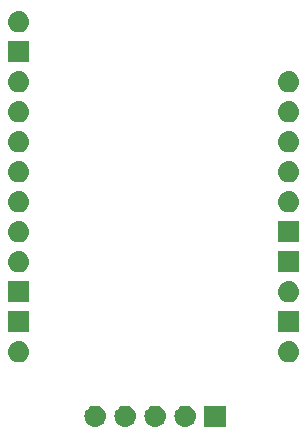
<source format=gbs>
G04 #@! TF.GenerationSoftware,KiCad,Pcbnew,(5.1.4)-1*
G04 #@! TF.CreationDate,2020-10-29T21:44:13+08:00*
G04 #@! TF.ProjectId,custom_microcontroller,63757374-6f6d-45f6-9d69-63726f636f6e,rev?*
G04 #@! TF.SameCoordinates,Original*
G04 #@! TF.FileFunction,Soldermask,Bot*
G04 #@! TF.FilePolarity,Negative*
%FSLAX46Y46*%
G04 Gerber Fmt 4.6, Leading zero omitted, Abs format (unit mm)*
G04 Created by KiCad (PCBNEW (5.1.4)-1) date 2020-10-29 21:44:13*
%MOMM*%
%LPD*%
G04 APERTURE LIST*
%ADD10C,0.100000*%
G04 APERTURE END LIST*
D10*
G36*
X138667442Y-150616518D02*
G01*
X138733627Y-150623037D01*
X138903466Y-150674557D01*
X139059991Y-150758222D01*
X139095729Y-150787552D01*
X139197186Y-150870814D01*
X139280448Y-150972271D01*
X139309778Y-151008009D01*
X139393443Y-151164534D01*
X139444963Y-151334373D01*
X139462359Y-151511000D01*
X139444963Y-151687627D01*
X139393443Y-151857466D01*
X139309778Y-152013991D01*
X139280448Y-152049729D01*
X139197186Y-152151186D01*
X139095729Y-152234448D01*
X139059991Y-152263778D01*
X138903466Y-152347443D01*
X138733627Y-152398963D01*
X138667442Y-152405482D01*
X138601260Y-152412000D01*
X138512740Y-152412000D01*
X138446558Y-152405482D01*
X138380373Y-152398963D01*
X138210534Y-152347443D01*
X138054009Y-152263778D01*
X138018271Y-152234448D01*
X137916814Y-152151186D01*
X137833552Y-152049729D01*
X137804222Y-152013991D01*
X137720557Y-151857466D01*
X137669037Y-151687627D01*
X137651641Y-151511000D01*
X137669037Y-151334373D01*
X137720557Y-151164534D01*
X137804222Y-151008009D01*
X137833552Y-150972271D01*
X137916814Y-150870814D01*
X138018271Y-150787552D01*
X138054009Y-150758222D01*
X138210534Y-150674557D01*
X138380373Y-150623037D01*
X138446558Y-150616518D01*
X138512740Y-150610000D01*
X138601260Y-150610000D01*
X138667442Y-150616518D01*
X138667442Y-150616518D01*
G37*
G36*
X136127442Y-150616518D02*
G01*
X136193627Y-150623037D01*
X136363466Y-150674557D01*
X136519991Y-150758222D01*
X136555729Y-150787552D01*
X136657186Y-150870814D01*
X136740448Y-150972271D01*
X136769778Y-151008009D01*
X136853443Y-151164534D01*
X136904963Y-151334373D01*
X136922359Y-151511000D01*
X136904963Y-151687627D01*
X136853443Y-151857466D01*
X136769778Y-152013991D01*
X136740448Y-152049729D01*
X136657186Y-152151186D01*
X136555729Y-152234448D01*
X136519991Y-152263778D01*
X136363466Y-152347443D01*
X136193627Y-152398963D01*
X136127442Y-152405482D01*
X136061260Y-152412000D01*
X135972740Y-152412000D01*
X135906558Y-152405482D01*
X135840373Y-152398963D01*
X135670534Y-152347443D01*
X135514009Y-152263778D01*
X135478271Y-152234448D01*
X135376814Y-152151186D01*
X135293552Y-152049729D01*
X135264222Y-152013991D01*
X135180557Y-151857466D01*
X135129037Y-151687627D01*
X135111641Y-151511000D01*
X135129037Y-151334373D01*
X135180557Y-151164534D01*
X135264222Y-151008009D01*
X135293552Y-150972271D01*
X135376814Y-150870814D01*
X135478271Y-150787552D01*
X135514009Y-150758222D01*
X135670534Y-150674557D01*
X135840373Y-150623037D01*
X135906558Y-150616518D01*
X135972740Y-150610000D01*
X136061260Y-150610000D01*
X136127442Y-150616518D01*
X136127442Y-150616518D01*
G37*
G36*
X133587442Y-150616518D02*
G01*
X133653627Y-150623037D01*
X133823466Y-150674557D01*
X133979991Y-150758222D01*
X134015729Y-150787552D01*
X134117186Y-150870814D01*
X134200448Y-150972271D01*
X134229778Y-151008009D01*
X134313443Y-151164534D01*
X134364963Y-151334373D01*
X134382359Y-151511000D01*
X134364963Y-151687627D01*
X134313443Y-151857466D01*
X134229778Y-152013991D01*
X134200448Y-152049729D01*
X134117186Y-152151186D01*
X134015729Y-152234448D01*
X133979991Y-152263778D01*
X133823466Y-152347443D01*
X133653627Y-152398963D01*
X133587442Y-152405482D01*
X133521260Y-152412000D01*
X133432740Y-152412000D01*
X133366558Y-152405482D01*
X133300373Y-152398963D01*
X133130534Y-152347443D01*
X132974009Y-152263778D01*
X132938271Y-152234448D01*
X132836814Y-152151186D01*
X132753552Y-152049729D01*
X132724222Y-152013991D01*
X132640557Y-151857466D01*
X132589037Y-151687627D01*
X132571641Y-151511000D01*
X132589037Y-151334373D01*
X132640557Y-151164534D01*
X132724222Y-151008009D01*
X132753552Y-150972271D01*
X132836814Y-150870814D01*
X132938271Y-150787552D01*
X132974009Y-150758222D01*
X133130534Y-150674557D01*
X133300373Y-150623037D01*
X133366558Y-150616518D01*
X133432740Y-150610000D01*
X133521260Y-150610000D01*
X133587442Y-150616518D01*
X133587442Y-150616518D01*
G37*
G36*
X144538000Y-152412000D02*
G01*
X142736000Y-152412000D01*
X142736000Y-150610000D01*
X144538000Y-150610000D01*
X144538000Y-152412000D01*
X144538000Y-152412000D01*
G37*
G36*
X141207442Y-150616518D02*
G01*
X141273627Y-150623037D01*
X141443466Y-150674557D01*
X141599991Y-150758222D01*
X141635729Y-150787552D01*
X141737186Y-150870814D01*
X141820448Y-150972271D01*
X141849778Y-151008009D01*
X141933443Y-151164534D01*
X141984963Y-151334373D01*
X142002359Y-151511000D01*
X141984963Y-151687627D01*
X141933443Y-151857466D01*
X141849778Y-152013991D01*
X141820448Y-152049729D01*
X141737186Y-152151186D01*
X141635729Y-152234448D01*
X141599991Y-152263778D01*
X141443466Y-152347443D01*
X141273627Y-152398963D01*
X141207442Y-152405482D01*
X141141260Y-152412000D01*
X141052740Y-152412000D01*
X140986558Y-152405482D01*
X140920373Y-152398963D01*
X140750534Y-152347443D01*
X140594009Y-152263778D01*
X140558271Y-152234448D01*
X140456814Y-152151186D01*
X140373552Y-152049729D01*
X140344222Y-152013991D01*
X140260557Y-151857466D01*
X140209037Y-151687627D01*
X140191641Y-151511000D01*
X140209037Y-151334373D01*
X140260557Y-151164534D01*
X140344222Y-151008009D01*
X140373552Y-150972271D01*
X140456814Y-150870814D01*
X140558271Y-150787552D01*
X140594009Y-150758222D01*
X140750534Y-150674557D01*
X140920373Y-150623037D01*
X140986558Y-150616518D01*
X141052740Y-150610000D01*
X141141260Y-150610000D01*
X141207442Y-150616518D01*
X141207442Y-150616518D01*
G37*
G36*
X149970443Y-145155519D02*
G01*
X150036627Y-145162037D01*
X150206466Y-145213557D01*
X150362991Y-145297222D01*
X150398729Y-145326552D01*
X150500186Y-145409814D01*
X150583448Y-145511271D01*
X150612778Y-145547009D01*
X150696443Y-145703534D01*
X150747963Y-145873373D01*
X150765359Y-146050000D01*
X150747963Y-146226627D01*
X150696443Y-146396466D01*
X150612778Y-146552991D01*
X150583448Y-146588729D01*
X150500186Y-146690186D01*
X150398729Y-146773448D01*
X150362991Y-146802778D01*
X150206466Y-146886443D01*
X150036627Y-146937963D01*
X149970442Y-146944482D01*
X149904260Y-146951000D01*
X149815740Y-146951000D01*
X149749558Y-146944482D01*
X149683373Y-146937963D01*
X149513534Y-146886443D01*
X149357009Y-146802778D01*
X149321271Y-146773448D01*
X149219814Y-146690186D01*
X149136552Y-146588729D01*
X149107222Y-146552991D01*
X149023557Y-146396466D01*
X148972037Y-146226627D01*
X148954641Y-146050000D01*
X148972037Y-145873373D01*
X149023557Y-145703534D01*
X149107222Y-145547009D01*
X149136552Y-145511271D01*
X149219814Y-145409814D01*
X149321271Y-145326552D01*
X149357009Y-145297222D01*
X149513534Y-145213557D01*
X149683373Y-145162037D01*
X149749557Y-145155519D01*
X149815740Y-145149000D01*
X149904260Y-145149000D01*
X149970443Y-145155519D01*
X149970443Y-145155519D01*
G37*
G36*
X127110443Y-145155519D02*
G01*
X127176627Y-145162037D01*
X127346466Y-145213557D01*
X127502991Y-145297222D01*
X127538729Y-145326552D01*
X127640186Y-145409814D01*
X127723448Y-145511271D01*
X127752778Y-145547009D01*
X127836443Y-145703534D01*
X127887963Y-145873373D01*
X127905359Y-146050000D01*
X127887963Y-146226627D01*
X127836443Y-146396466D01*
X127752778Y-146552991D01*
X127723448Y-146588729D01*
X127640186Y-146690186D01*
X127538729Y-146773448D01*
X127502991Y-146802778D01*
X127346466Y-146886443D01*
X127176627Y-146937963D01*
X127110442Y-146944482D01*
X127044260Y-146951000D01*
X126955740Y-146951000D01*
X126889558Y-146944482D01*
X126823373Y-146937963D01*
X126653534Y-146886443D01*
X126497009Y-146802778D01*
X126461271Y-146773448D01*
X126359814Y-146690186D01*
X126276552Y-146588729D01*
X126247222Y-146552991D01*
X126163557Y-146396466D01*
X126112037Y-146226627D01*
X126094641Y-146050000D01*
X126112037Y-145873373D01*
X126163557Y-145703534D01*
X126247222Y-145547009D01*
X126276552Y-145511271D01*
X126359814Y-145409814D01*
X126461271Y-145326552D01*
X126497009Y-145297222D01*
X126653534Y-145213557D01*
X126823373Y-145162037D01*
X126889557Y-145155519D01*
X126955740Y-145149000D01*
X127044260Y-145149000D01*
X127110443Y-145155519D01*
X127110443Y-145155519D01*
G37*
G36*
X127901000Y-144411000D02*
G01*
X126099000Y-144411000D01*
X126099000Y-142609000D01*
X127901000Y-142609000D01*
X127901000Y-144411000D01*
X127901000Y-144411000D01*
G37*
G36*
X150761000Y-144411000D02*
G01*
X148959000Y-144411000D01*
X148959000Y-142609000D01*
X150761000Y-142609000D01*
X150761000Y-144411000D01*
X150761000Y-144411000D01*
G37*
G36*
X127901000Y-141871000D02*
G01*
X126099000Y-141871000D01*
X126099000Y-140069000D01*
X127901000Y-140069000D01*
X127901000Y-141871000D01*
X127901000Y-141871000D01*
G37*
G36*
X149970443Y-140075519D02*
G01*
X150036627Y-140082037D01*
X150206466Y-140133557D01*
X150362991Y-140217222D01*
X150398729Y-140246552D01*
X150500186Y-140329814D01*
X150583448Y-140431271D01*
X150612778Y-140467009D01*
X150696443Y-140623534D01*
X150747963Y-140793373D01*
X150765359Y-140970000D01*
X150747963Y-141146627D01*
X150696443Y-141316466D01*
X150612778Y-141472991D01*
X150583448Y-141508729D01*
X150500186Y-141610186D01*
X150398729Y-141693448D01*
X150362991Y-141722778D01*
X150206466Y-141806443D01*
X150036627Y-141857963D01*
X149970443Y-141864481D01*
X149904260Y-141871000D01*
X149815740Y-141871000D01*
X149749557Y-141864481D01*
X149683373Y-141857963D01*
X149513534Y-141806443D01*
X149357009Y-141722778D01*
X149321271Y-141693448D01*
X149219814Y-141610186D01*
X149136552Y-141508729D01*
X149107222Y-141472991D01*
X149023557Y-141316466D01*
X148972037Y-141146627D01*
X148954641Y-140970000D01*
X148972037Y-140793373D01*
X149023557Y-140623534D01*
X149107222Y-140467009D01*
X149136552Y-140431271D01*
X149219814Y-140329814D01*
X149321271Y-140246552D01*
X149357009Y-140217222D01*
X149513534Y-140133557D01*
X149683373Y-140082037D01*
X149749557Y-140075519D01*
X149815740Y-140069000D01*
X149904260Y-140069000D01*
X149970443Y-140075519D01*
X149970443Y-140075519D01*
G37*
G36*
X127110443Y-137535519D02*
G01*
X127176627Y-137542037D01*
X127346466Y-137593557D01*
X127502991Y-137677222D01*
X127538729Y-137706552D01*
X127640186Y-137789814D01*
X127723448Y-137891271D01*
X127752778Y-137927009D01*
X127836443Y-138083534D01*
X127887963Y-138253373D01*
X127905359Y-138430000D01*
X127887963Y-138606627D01*
X127836443Y-138776466D01*
X127752778Y-138932991D01*
X127723448Y-138968729D01*
X127640186Y-139070186D01*
X127538729Y-139153448D01*
X127502991Y-139182778D01*
X127346466Y-139266443D01*
X127176627Y-139317963D01*
X127110443Y-139324481D01*
X127044260Y-139331000D01*
X126955740Y-139331000D01*
X126889557Y-139324481D01*
X126823373Y-139317963D01*
X126653534Y-139266443D01*
X126497009Y-139182778D01*
X126461271Y-139153448D01*
X126359814Y-139070186D01*
X126276552Y-138968729D01*
X126247222Y-138932991D01*
X126163557Y-138776466D01*
X126112037Y-138606627D01*
X126094641Y-138430000D01*
X126112037Y-138253373D01*
X126163557Y-138083534D01*
X126247222Y-137927009D01*
X126276552Y-137891271D01*
X126359814Y-137789814D01*
X126461271Y-137706552D01*
X126497009Y-137677222D01*
X126653534Y-137593557D01*
X126823373Y-137542037D01*
X126889557Y-137535519D01*
X126955740Y-137529000D01*
X127044260Y-137529000D01*
X127110443Y-137535519D01*
X127110443Y-137535519D01*
G37*
G36*
X150761000Y-139331000D02*
G01*
X148959000Y-139331000D01*
X148959000Y-137529000D01*
X150761000Y-137529000D01*
X150761000Y-139331000D01*
X150761000Y-139331000D01*
G37*
G36*
X127110442Y-134995518D02*
G01*
X127176627Y-135002037D01*
X127346466Y-135053557D01*
X127502991Y-135137222D01*
X127538729Y-135166552D01*
X127640186Y-135249814D01*
X127723448Y-135351271D01*
X127752778Y-135387009D01*
X127836443Y-135543534D01*
X127887963Y-135713373D01*
X127905359Y-135890000D01*
X127887963Y-136066627D01*
X127836443Y-136236466D01*
X127752778Y-136392991D01*
X127723448Y-136428729D01*
X127640186Y-136530186D01*
X127538729Y-136613448D01*
X127502991Y-136642778D01*
X127346466Y-136726443D01*
X127176627Y-136777963D01*
X127110442Y-136784482D01*
X127044260Y-136791000D01*
X126955740Y-136791000D01*
X126889558Y-136784482D01*
X126823373Y-136777963D01*
X126653534Y-136726443D01*
X126497009Y-136642778D01*
X126461271Y-136613448D01*
X126359814Y-136530186D01*
X126276552Y-136428729D01*
X126247222Y-136392991D01*
X126163557Y-136236466D01*
X126112037Y-136066627D01*
X126094641Y-135890000D01*
X126112037Y-135713373D01*
X126163557Y-135543534D01*
X126247222Y-135387009D01*
X126276552Y-135351271D01*
X126359814Y-135249814D01*
X126461271Y-135166552D01*
X126497009Y-135137222D01*
X126653534Y-135053557D01*
X126823373Y-135002037D01*
X126889558Y-134995518D01*
X126955740Y-134989000D01*
X127044260Y-134989000D01*
X127110442Y-134995518D01*
X127110442Y-134995518D01*
G37*
G36*
X150761000Y-136791000D02*
G01*
X148959000Y-136791000D01*
X148959000Y-134989000D01*
X150761000Y-134989000D01*
X150761000Y-136791000D01*
X150761000Y-136791000D01*
G37*
G36*
X127110442Y-132455518D02*
G01*
X127176627Y-132462037D01*
X127346466Y-132513557D01*
X127502991Y-132597222D01*
X127538729Y-132626552D01*
X127640186Y-132709814D01*
X127723448Y-132811271D01*
X127752778Y-132847009D01*
X127836443Y-133003534D01*
X127887963Y-133173373D01*
X127905359Y-133350000D01*
X127887963Y-133526627D01*
X127836443Y-133696466D01*
X127752778Y-133852991D01*
X127723448Y-133888729D01*
X127640186Y-133990186D01*
X127538729Y-134073448D01*
X127502991Y-134102778D01*
X127346466Y-134186443D01*
X127176627Y-134237963D01*
X127110443Y-134244481D01*
X127044260Y-134251000D01*
X126955740Y-134251000D01*
X126889557Y-134244481D01*
X126823373Y-134237963D01*
X126653534Y-134186443D01*
X126497009Y-134102778D01*
X126461271Y-134073448D01*
X126359814Y-133990186D01*
X126276552Y-133888729D01*
X126247222Y-133852991D01*
X126163557Y-133696466D01*
X126112037Y-133526627D01*
X126094641Y-133350000D01*
X126112037Y-133173373D01*
X126163557Y-133003534D01*
X126247222Y-132847009D01*
X126276552Y-132811271D01*
X126359814Y-132709814D01*
X126461271Y-132626552D01*
X126497009Y-132597222D01*
X126653534Y-132513557D01*
X126823373Y-132462037D01*
X126889558Y-132455518D01*
X126955740Y-132449000D01*
X127044260Y-132449000D01*
X127110442Y-132455518D01*
X127110442Y-132455518D01*
G37*
G36*
X149970442Y-132455518D02*
G01*
X150036627Y-132462037D01*
X150206466Y-132513557D01*
X150362991Y-132597222D01*
X150398729Y-132626552D01*
X150500186Y-132709814D01*
X150583448Y-132811271D01*
X150612778Y-132847009D01*
X150696443Y-133003534D01*
X150747963Y-133173373D01*
X150765359Y-133350000D01*
X150747963Y-133526627D01*
X150696443Y-133696466D01*
X150612778Y-133852991D01*
X150583448Y-133888729D01*
X150500186Y-133990186D01*
X150398729Y-134073448D01*
X150362991Y-134102778D01*
X150206466Y-134186443D01*
X150036627Y-134237963D01*
X149970443Y-134244481D01*
X149904260Y-134251000D01*
X149815740Y-134251000D01*
X149749557Y-134244481D01*
X149683373Y-134237963D01*
X149513534Y-134186443D01*
X149357009Y-134102778D01*
X149321271Y-134073448D01*
X149219814Y-133990186D01*
X149136552Y-133888729D01*
X149107222Y-133852991D01*
X149023557Y-133696466D01*
X148972037Y-133526627D01*
X148954641Y-133350000D01*
X148972037Y-133173373D01*
X149023557Y-133003534D01*
X149107222Y-132847009D01*
X149136552Y-132811271D01*
X149219814Y-132709814D01*
X149321271Y-132626552D01*
X149357009Y-132597222D01*
X149513534Y-132513557D01*
X149683373Y-132462037D01*
X149749558Y-132455518D01*
X149815740Y-132449000D01*
X149904260Y-132449000D01*
X149970442Y-132455518D01*
X149970442Y-132455518D01*
G37*
G36*
X127110442Y-129915518D02*
G01*
X127176627Y-129922037D01*
X127346466Y-129973557D01*
X127502991Y-130057222D01*
X127538729Y-130086552D01*
X127640186Y-130169814D01*
X127723448Y-130271271D01*
X127752778Y-130307009D01*
X127836443Y-130463534D01*
X127887963Y-130633373D01*
X127905359Y-130810000D01*
X127887963Y-130986627D01*
X127836443Y-131156466D01*
X127752778Y-131312991D01*
X127723448Y-131348729D01*
X127640186Y-131450186D01*
X127538729Y-131533448D01*
X127502991Y-131562778D01*
X127346466Y-131646443D01*
X127176627Y-131697963D01*
X127110443Y-131704481D01*
X127044260Y-131711000D01*
X126955740Y-131711000D01*
X126889557Y-131704481D01*
X126823373Y-131697963D01*
X126653534Y-131646443D01*
X126497009Y-131562778D01*
X126461271Y-131533448D01*
X126359814Y-131450186D01*
X126276552Y-131348729D01*
X126247222Y-131312991D01*
X126163557Y-131156466D01*
X126112037Y-130986627D01*
X126094641Y-130810000D01*
X126112037Y-130633373D01*
X126163557Y-130463534D01*
X126247222Y-130307009D01*
X126276552Y-130271271D01*
X126359814Y-130169814D01*
X126461271Y-130086552D01*
X126497009Y-130057222D01*
X126653534Y-129973557D01*
X126823373Y-129922037D01*
X126889558Y-129915518D01*
X126955740Y-129909000D01*
X127044260Y-129909000D01*
X127110442Y-129915518D01*
X127110442Y-129915518D01*
G37*
G36*
X149970442Y-129915518D02*
G01*
X150036627Y-129922037D01*
X150206466Y-129973557D01*
X150362991Y-130057222D01*
X150398729Y-130086552D01*
X150500186Y-130169814D01*
X150583448Y-130271271D01*
X150612778Y-130307009D01*
X150696443Y-130463534D01*
X150747963Y-130633373D01*
X150765359Y-130810000D01*
X150747963Y-130986627D01*
X150696443Y-131156466D01*
X150612778Y-131312991D01*
X150583448Y-131348729D01*
X150500186Y-131450186D01*
X150398729Y-131533448D01*
X150362991Y-131562778D01*
X150206466Y-131646443D01*
X150036627Y-131697963D01*
X149970443Y-131704481D01*
X149904260Y-131711000D01*
X149815740Y-131711000D01*
X149749557Y-131704481D01*
X149683373Y-131697963D01*
X149513534Y-131646443D01*
X149357009Y-131562778D01*
X149321271Y-131533448D01*
X149219814Y-131450186D01*
X149136552Y-131348729D01*
X149107222Y-131312991D01*
X149023557Y-131156466D01*
X148972037Y-130986627D01*
X148954641Y-130810000D01*
X148972037Y-130633373D01*
X149023557Y-130463534D01*
X149107222Y-130307009D01*
X149136552Y-130271271D01*
X149219814Y-130169814D01*
X149321271Y-130086552D01*
X149357009Y-130057222D01*
X149513534Y-129973557D01*
X149683373Y-129922037D01*
X149749558Y-129915518D01*
X149815740Y-129909000D01*
X149904260Y-129909000D01*
X149970442Y-129915518D01*
X149970442Y-129915518D01*
G37*
G36*
X127110442Y-127375518D02*
G01*
X127176627Y-127382037D01*
X127346466Y-127433557D01*
X127502991Y-127517222D01*
X127538729Y-127546552D01*
X127640186Y-127629814D01*
X127723448Y-127731271D01*
X127752778Y-127767009D01*
X127836443Y-127923534D01*
X127887963Y-128093373D01*
X127905359Y-128270000D01*
X127887963Y-128446627D01*
X127836443Y-128616466D01*
X127752778Y-128772991D01*
X127723448Y-128808729D01*
X127640186Y-128910186D01*
X127538729Y-128993448D01*
X127502991Y-129022778D01*
X127346466Y-129106443D01*
X127176627Y-129157963D01*
X127110442Y-129164482D01*
X127044260Y-129171000D01*
X126955740Y-129171000D01*
X126889558Y-129164482D01*
X126823373Y-129157963D01*
X126653534Y-129106443D01*
X126497009Y-129022778D01*
X126461271Y-128993448D01*
X126359814Y-128910186D01*
X126276552Y-128808729D01*
X126247222Y-128772991D01*
X126163557Y-128616466D01*
X126112037Y-128446627D01*
X126094641Y-128270000D01*
X126112037Y-128093373D01*
X126163557Y-127923534D01*
X126247222Y-127767009D01*
X126276552Y-127731271D01*
X126359814Y-127629814D01*
X126461271Y-127546552D01*
X126497009Y-127517222D01*
X126653534Y-127433557D01*
X126823373Y-127382037D01*
X126889558Y-127375518D01*
X126955740Y-127369000D01*
X127044260Y-127369000D01*
X127110442Y-127375518D01*
X127110442Y-127375518D01*
G37*
G36*
X149970442Y-127375518D02*
G01*
X150036627Y-127382037D01*
X150206466Y-127433557D01*
X150362991Y-127517222D01*
X150398729Y-127546552D01*
X150500186Y-127629814D01*
X150583448Y-127731271D01*
X150612778Y-127767009D01*
X150696443Y-127923534D01*
X150747963Y-128093373D01*
X150765359Y-128270000D01*
X150747963Y-128446627D01*
X150696443Y-128616466D01*
X150612778Y-128772991D01*
X150583448Y-128808729D01*
X150500186Y-128910186D01*
X150398729Y-128993448D01*
X150362991Y-129022778D01*
X150206466Y-129106443D01*
X150036627Y-129157963D01*
X149970442Y-129164482D01*
X149904260Y-129171000D01*
X149815740Y-129171000D01*
X149749558Y-129164482D01*
X149683373Y-129157963D01*
X149513534Y-129106443D01*
X149357009Y-129022778D01*
X149321271Y-128993448D01*
X149219814Y-128910186D01*
X149136552Y-128808729D01*
X149107222Y-128772991D01*
X149023557Y-128616466D01*
X148972037Y-128446627D01*
X148954641Y-128270000D01*
X148972037Y-128093373D01*
X149023557Y-127923534D01*
X149107222Y-127767009D01*
X149136552Y-127731271D01*
X149219814Y-127629814D01*
X149321271Y-127546552D01*
X149357009Y-127517222D01*
X149513534Y-127433557D01*
X149683373Y-127382037D01*
X149749558Y-127375518D01*
X149815740Y-127369000D01*
X149904260Y-127369000D01*
X149970442Y-127375518D01*
X149970442Y-127375518D01*
G37*
G36*
X127110443Y-124835519D02*
G01*
X127176627Y-124842037D01*
X127346466Y-124893557D01*
X127502991Y-124977222D01*
X127538729Y-125006552D01*
X127640186Y-125089814D01*
X127723448Y-125191271D01*
X127752778Y-125227009D01*
X127836443Y-125383534D01*
X127887963Y-125553373D01*
X127905359Y-125730000D01*
X127887963Y-125906627D01*
X127836443Y-126076466D01*
X127752778Y-126232991D01*
X127723448Y-126268729D01*
X127640186Y-126370186D01*
X127538729Y-126453448D01*
X127502991Y-126482778D01*
X127346466Y-126566443D01*
X127176627Y-126617963D01*
X127110442Y-126624482D01*
X127044260Y-126631000D01*
X126955740Y-126631000D01*
X126889558Y-126624482D01*
X126823373Y-126617963D01*
X126653534Y-126566443D01*
X126497009Y-126482778D01*
X126461271Y-126453448D01*
X126359814Y-126370186D01*
X126276552Y-126268729D01*
X126247222Y-126232991D01*
X126163557Y-126076466D01*
X126112037Y-125906627D01*
X126094641Y-125730000D01*
X126112037Y-125553373D01*
X126163557Y-125383534D01*
X126247222Y-125227009D01*
X126276552Y-125191271D01*
X126359814Y-125089814D01*
X126461271Y-125006552D01*
X126497009Y-124977222D01*
X126653534Y-124893557D01*
X126823373Y-124842037D01*
X126889557Y-124835519D01*
X126955740Y-124829000D01*
X127044260Y-124829000D01*
X127110443Y-124835519D01*
X127110443Y-124835519D01*
G37*
G36*
X149970443Y-124835519D02*
G01*
X150036627Y-124842037D01*
X150206466Y-124893557D01*
X150362991Y-124977222D01*
X150398729Y-125006552D01*
X150500186Y-125089814D01*
X150583448Y-125191271D01*
X150612778Y-125227009D01*
X150696443Y-125383534D01*
X150747963Y-125553373D01*
X150765359Y-125730000D01*
X150747963Y-125906627D01*
X150696443Y-126076466D01*
X150612778Y-126232991D01*
X150583448Y-126268729D01*
X150500186Y-126370186D01*
X150398729Y-126453448D01*
X150362991Y-126482778D01*
X150206466Y-126566443D01*
X150036627Y-126617963D01*
X149970442Y-126624482D01*
X149904260Y-126631000D01*
X149815740Y-126631000D01*
X149749558Y-126624482D01*
X149683373Y-126617963D01*
X149513534Y-126566443D01*
X149357009Y-126482778D01*
X149321271Y-126453448D01*
X149219814Y-126370186D01*
X149136552Y-126268729D01*
X149107222Y-126232991D01*
X149023557Y-126076466D01*
X148972037Y-125906627D01*
X148954641Y-125730000D01*
X148972037Y-125553373D01*
X149023557Y-125383534D01*
X149107222Y-125227009D01*
X149136552Y-125191271D01*
X149219814Y-125089814D01*
X149321271Y-125006552D01*
X149357009Y-124977222D01*
X149513534Y-124893557D01*
X149683373Y-124842037D01*
X149749557Y-124835519D01*
X149815740Y-124829000D01*
X149904260Y-124829000D01*
X149970443Y-124835519D01*
X149970443Y-124835519D01*
G37*
G36*
X149970443Y-122295519D02*
G01*
X150036627Y-122302037D01*
X150206466Y-122353557D01*
X150362991Y-122437222D01*
X150398729Y-122466552D01*
X150500186Y-122549814D01*
X150583448Y-122651271D01*
X150612778Y-122687009D01*
X150696443Y-122843534D01*
X150747963Y-123013373D01*
X150765359Y-123190000D01*
X150747963Y-123366627D01*
X150696443Y-123536466D01*
X150612778Y-123692991D01*
X150583448Y-123728729D01*
X150500186Y-123830186D01*
X150398729Y-123913448D01*
X150362991Y-123942778D01*
X150206466Y-124026443D01*
X150036627Y-124077963D01*
X149970442Y-124084482D01*
X149904260Y-124091000D01*
X149815740Y-124091000D01*
X149749558Y-124084482D01*
X149683373Y-124077963D01*
X149513534Y-124026443D01*
X149357009Y-123942778D01*
X149321271Y-123913448D01*
X149219814Y-123830186D01*
X149136552Y-123728729D01*
X149107222Y-123692991D01*
X149023557Y-123536466D01*
X148972037Y-123366627D01*
X148954641Y-123190000D01*
X148972037Y-123013373D01*
X149023557Y-122843534D01*
X149107222Y-122687009D01*
X149136552Y-122651271D01*
X149219814Y-122549814D01*
X149321271Y-122466552D01*
X149357009Y-122437222D01*
X149513534Y-122353557D01*
X149683373Y-122302037D01*
X149749557Y-122295519D01*
X149815740Y-122289000D01*
X149904260Y-122289000D01*
X149970443Y-122295519D01*
X149970443Y-122295519D01*
G37*
G36*
X127110443Y-122295519D02*
G01*
X127176627Y-122302037D01*
X127346466Y-122353557D01*
X127502991Y-122437222D01*
X127538729Y-122466552D01*
X127640186Y-122549814D01*
X127723448Y-122651271D01*
X127752778Y-122687009D01*
X127836443Y-122843534D01*
X127887963Y-123013373D01*
X127905359Y-123190000D01*
X127887963Y-123366627D01*
X127836443Y-123536466D01*
X127752778Y-123692991D01*
X127723448Y-123728729D01*
X127640186Y-123830186D01*
X127538729Y-123913448D01*
X127502991Y-123942778D01*
X127346466Y-124026443D01*
X127176627Y-124077963D01*
X127110442Y-124084482D01*
X127044260Y-124091000D01*
X126955740Y-124091000D01*
X126889558Y-124084482D01*
X126823373Y-124077963D01*
X126653534Y-124026443D01*
X126497009Y-123942778D01*
X126461271Y-123913448D01*
X126359814Y-123830186D01*
X126276552Y-123728729D01*
X126247222Y-123692991D01*
X126163557Y-123536466D01*
X126112037Y-123366627D01*
X126094641Y-123190000D01*
X126112037Y-123013373D01*
X126163557Y-122843534D01*
X126247222Y-122687009D01*
X126276552Y-122651271D01*
X126359814Y-122549814D01*
X126461271Y-122466552D01*
X126497009Y-122437222D01*
X126653534Y-122353557D01*
X126823373Y-122302037D01*
X126889557Y-122295519D01*
X126955740Y-122289000D01*
X127044260Y-122289000D01*
X127110443Y-122295519D01*
X127110443Y-122295519D01*
G37*
G36*
X127901000Y-121551000D02*
G01*
X126099000Y-121551000D01*
X126099000Y-119749000D01*
X127901000Y-119749000D01*
X127901000Y-121551000D01*
X127901000Y-121551000D01*
G37*
G36*
X127110443Y-117215519D02*
G01*
X127176627Y-117222037D01*
X127346466Y-117273557D01*
X127502991Y-117357222D01*
X127538729Y-117386552D01*
X127640186Y-117469814D01*
X127723448Y-117571271D01*
X127752778Y-117607009D01*
X127836443Y-117763534D01*
X127887963Y-117933373D01*
X127905359Y-118110000D01*
X127887963Y-118286627D01*
X127836443Y-118456466D01*
X127752778Y-118612991D01*
X127723448Y-118648729D01*
X127640186Y-118750186D01*
X127538729Y-118833448D01*
X127502991Y-118862778D01*
X127346466Y-118946443D01*
X127176627Y-118997963D01*
X127110443Y-119004481D01*
X127044260Y-119011000D01*
X126955740Y-119011000D01*
X126889557Y-119004481D01*
X126823373Y-118997963D01*
X126653534Y-118946443D01*
X126497009Y-118862778D01*
X126461271Y-118833448D01*
X126359814Y-118750186D01*
X126276552Y-118648729D01*
X126247222Y-118612991D01*
X126163557Y-118456466D01*
X126112037Y-118286627D01*
X126094641Y-118110000D01*
X126112037Y-117933373D01*
X126163557Y-117763534D01*
X126247222Y-117607009D01*
X126276552Y-117571271D01*
X126359814Y-117469814D01*
X126461271Y-117386552D01*
X126497009Y-117357222D01*
X126653534Y-117273557D01*
X126823373Y-117222037D01*
X126889557Y-117215519D01*
X126955740Y-117209000D01*
X127044260Y-117209000D01*
X127110443Y-117215519D01*
X127110443Y-117215519D01*
G37*
M02*

</source>
